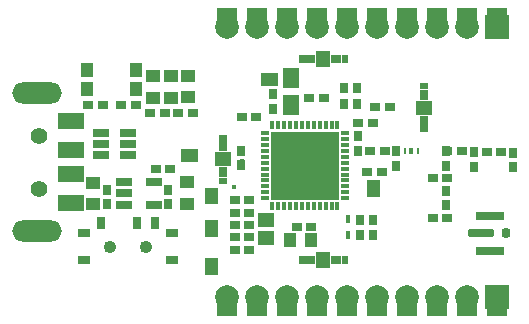
<source format=gts>
G04*
G04 #@! TF.GenerationSoftware,Altium Limited,Altium Designer,18.0.12 (696)*
G04*
G04 Layer_Color=4660084*
%FSLAX25Y25*%
%MOIN*%
G70*
G01*
G75*
%ADD52R,0.02800X0.03300*%
%ADD53R,0.05800X0.06800*%
%ADD54R,0.03300X0.02800*%
%ADD55R,0.03950X0.04737*%
%ADD56R,0.01575X0.02953*%
%ADD57R,0.05800X0.02800*%
%ADD58R,0.04737X0.03950*%
%ADD59C,0.01008*%
%ADD60R,0.04921X0.05315*%
%ADD61R,0.03347X0.02559*%
%ADD62R,0.02480X0.02559*%
%ADD63R,0.05315X0.04921*%
%ADD64R,0.02559X0.03347*%
%ADD65R,0.02559X0.02480*%
%ADD66R,0.02677X0.04252*%
%ADD67R,0.03858X0.03071*%
%ADD68R,0.01024X0.02087*%
%ADD69R,0.01496X0.02284*%
%ADD70R,0.05721X0.04737*%
%ADD71R,0.02874X0.03268*%
G04:AMPARAMS|DCode=72|XSize=28.35mil|YSize=16.54mil|CornerRadius=0mil|HoleSize=0mil|Usage=FLASHONLY|Rotation=90.000|XOffset=0mil|YOffset=0mil|HoleType=Round|Shape=Octagon|*
%AMOCTAGOND72*
4,1,8,0.00413,0.01417,-0.00413,0.01417,-0.00827,0.01004,-0.00827,-0.01004,-0.00413,-0.01417,0.00413,-0.01417,0.00827,-0.01004,0.00827,0.01004,0.00413,0.01417,0.0*
%
%ADD72OCTAGOND72*%

G04:AMPARAMS|DCode=73|XSize=28.35mil|YSize=16.54mil|CornerRadius=0mil|HoleSize=0mil|Usage=FLASHONLY|Rotation=180.000|XOffset=0mil|YOffset=0mil|HoleType=Round|Shape=Octagon|*
%AMOCTAGOND73*
4,1,8,-0.01417,0.00413,-0.01417,-0.00413,-0.01004,-0.00827,0.01004,-0.00827,0.01417,-0.00413,0.01417,0.00413,0.01004,0.00827,-0.01004,0.00827,-0.01417,0.00413,0.0*
%
%ADD73OCTAGOND73*%

%ADD74R,0.22677X0.22677*%
%ADD75R,0.04343X0.04737*%
%ADD76R,0.08674X0.05524*%
G04:AMPARAMS|DCode=77|XSize=31.62mil|YSize=27.69mil|CornerRadius=8.92mil|HoleSize=0mil|Usage=FLASHONLY|Rotation=270.000|XOffset=0mil|YOffset=0mil|HoleType=Round|Shape=RoundedRectangle|*
%AMROUNDEDRECTD77*
21,1,0.03162,0.00984,0,0,270.0*
21,1,0.01378,0.02769,0,0,270.0*
1,1,0.01784,-0.00492,-0.00689*
1,1,0.01784,-0.00492,0.00689*
1,1,0.01784,0.00492,0.00689*
1,1,0.01784,0.00492,-0.00689*
%
%ADD77ROUNDEDRECTD77*%
G04:AMPARAMS|DCode=78|XSize=27.69mil|YSize=86.74mil|CornerRadius=8.92mil|HoleSize=0mil|Usage=FLASHONLY|Rotation=270.000|XOffset=0mil|YOffset=0mil|HoleType=Round|Shape=RoundedRectangle|*
%AMROUNDEDRECTD78*
21,1,0.02769,0.06890,0,0,270.0*
21,1,0.00984,0.08674,0,0,270.0*
1,1,0.01784,-0.03445,-0.00492*
1,1,0.01784,-0.03445,0.00492*
1,1,0.01784,0.03445,0.00492*
1,1,0.01784,0.03445,-0.00492*
%
%ADD78ROUNDEDRECTD78*%
%ADD79R,0.09461X0.02769*%
%ADD80C,0.01496*%
%ADD81C,0.04252*%
%ADD82O,0.16548X0.07099*%
%ADD83C,0.05524*%
%ADD84R,0.07008X0.07008*%
%ADD85C,0.07887*%
%ADD86R,0.07887X0.07887*%
G36*
X90500Y76854D02*
X85000D01*
Y81185D01*
X90500D01*
Y76854D01*
D02*
G37*
G36*
X63800Y51535D02*
X58300D01*
Y55865D01*
X63800D01*
Y51535D01*
D02*
G37*
G36*
X124765Y39800D02*
X120435D01*
Y45300D01*
X124765D01*
Y39800D01*
D02*
G37*
G36*
X70565Y37300D02*
X66235D01*
Y42800D01*
X70565D01*
Y37300D01*
D02*
G37*
G36*
X70510Y26549D02*
X66180D01*
Y32049D01*
X70510D01*
Y26549D01*
D02*
G37*
G36*
X70565Y13800D02*
X66235D01*
Y19300D01*
X70565D01*
Y13800D01*
D02*
G37*
D52*
X78200Y55058D02*
D03*
Y50342D02*
D03*
X89100Y69220D02*
D03*
Y74220D02*
D03*
X122125Y27227D02*
D03*
Y32227D02*
D03*
X118031Y32266D02*
D03*
Y27266D02*
D03*
X33600Y37462D02*
D03*
Y42178D02*
D03*
X54000Y37562D02*
D03*
Y42278D02*
D03*
X130000Y50242D02*
D03*
Y54958D02*
D03*
X146771Y37144D02*
D03*
Y41861D02*
D03*
X117400Y59958D02*
D03*
Y55242D02*
D03*
X155944Y49719D02*
D03*
Y54719D02*
D03*
X146731Y49955D02*
D03*
Y54955D02*
D03*
X168897Y54538D02*
D03*
Y49821D02*
D03*
D53*
X94842Y79609D02*
D03*
Y70609D02*
D03*
D54*
X100924Y72837D02*
D03*
X105924D02*
D03*
X127800Y69700D02*
D03*
X122800D02*
D03*
X122200Y64400D02*
D03*
X117200D02*
D03*
X125158Y48200D02*
D03*
X120442D02*
D03*
X76224Y26341D02*
D03*
X80940D02*
D03*
X76145Y30514D02*
D03*
X80861D02*
D03*
X80901Y34530D02*
D03*
X76184D02*
D03*
X80861Y38703D02*
D03*
X76145D02*
D03*
X78586Y66302D02*
D03*
X83302D02*
D03*
X101688Y29924D02*
D03*
X96972D02*
D03*
X80940Y22246D02*
D03*
X76224D02*
D03*
X62400Y67900D02*
D03*
X57400D02*
D03*
X53100D02*
D03*
X48100D02*
D03*
X38326Y70475D02*
D03*
X43326D02*
D03*
X27145D02*
D03*
X32145D02*
D03*
X50003Y49176D02*
D03*
X54720D02*
D03*
X126158Y55000D02*
D03*
X121442D02*
D03*
X147058Y32900D02*
D03*
X142342D02*
D03*
X146958Y46000D02*
D03*
X142242D02*
D03*
X164838Y54935D02*
D03*
X160121D02*
D03*
X151987Y55014D02*
D03*
X146987D02*
D03*
D55*
X101620Y25357D02*
D03*
X94520D02*
D03*
D56*
X114094Y27148D02*
D03*
Y32463D02*
D03*
D57*
X31456Y61105D02*
D03*
Y53624D02*
D03*
X40511Y57365D02*
D03*
Y61105D02*
D03*
Y53624D02*
D03*
X31456Y57365D02*
D03*
X49331Y37226D02*
D03*
Y44726D02*
D03*
X39331Y41026D02*
D03*
Y37226D02*
D03*
Y44726D02*
D03*
D58*
X29100Y37470D02*
D03*
Y44570D02*
D03*
X60235Y44615D02*
D03*
Y37515D02*
D03*
X49079Y72944D02*
D03*
Y80045D02*
D03*
X60733Y80084D02*
D03*
Y72984D02*
D03*
X54985Y72905D02*
D03*
Y80005D02*
D03*
D59*
X68345Y31017D02*
D03*
Y27049D02*
D03*
X68400Y38331D02*
D03*
Y42300D02*
D03*
X85500Y79020D02*
D03*
X89468D02*
D03*
X68400Y14300D02*
D03*
Y18269D02*
D03*
X58800Y53700D02*
D03*
X62769D02*
D03*
X122600Y40300D02*
D03*
Y44269D02*
D03*
D60*
X105709Y85749D02*
D03*
Y18820D02*
D03*
D61*
X101379Y85749D02*
D03*
X110040D02*
D03*
X101379Y18820D02*
D03*
X110040D02*
D03*
D62*
X112835Y85749D02*
D03*
X98584D02*
D03*
X112835Y18820D02*
D03*
X98584D02*
D03*
D63*
X139174Y69600D02*
D03*
X72245Y52284D02*
D03*
D64*
X139174Y73931D02*
D03*
Y65269D02*
D03*
X72245Y56615D02*
D03*
Y47954D02*
D03*
D65*
X139174Y62474D02*
D03*
Y76726D02*
D03*
X72245Y45158D02*
D03*
Y59410D02*
D03*
D66*
X49487Y31223D02*
D03*
X43582D02*
D03*
X31771D02*
D03*
D67*
X55393Y27680D02*
D03*
Y18624D02*
D03*
X25865Y27680D02*
D03*
Y18624D02*
D03*
D68*
X137205Y55000D02*
D03*
X132795D02*
D03*
D69*
X135000Y55000D02*
D03*
D70*
X86495Y26144D02*
D03*
Y32050D02*
D03*
D71*
X112733Y75958D02*
D03*
Y70643D02*
D03*
X116867D02*
D03*
Y75958D02*
D03*
D72*
X88782Y63618D02*
D03*
X90750D02*
D03*
X92719D02*
D03*
X94687D02*
D03*
X96656D02*
D03*
X98624D02*
D03*
X100593D02*
D03*
X102561D02*
D03*
X104530D02*
D03*
X106498D02*
D03*
X108467D02*
D03*
X110435D02*
D03*
X88754Y36859D02*
D03*
X90750D02*
D03*
X92719D02*
D03*
X94687D02*
D03*
X96656D02*
D03*
X98624D02*
D03*
X100593D02*
D03*
X102561D02*
D03*
X104530D02*
D03*
X106498D02*
D03*
X108467D02*
D03*
X110435D02*
D03*
D73*
X86185Y45311D02*
D03*
X112947Y39406D02*
D03*
Y41374D02*
D03*
Y43343D02*
D03*
Y45311D02*
D03*
Y47280D02*
D03*
Y49248D02*
D03*
Y51217D02*
D03*
Y53185D02*
D03*
Y55154D02*
D03*
Y57122D02*
D03*
Y59091D02*
D03*
Y61059D02*
D03*
X86185Y39406D02*
D03*
Y41374D02*
D03*
Y43343D02*
D03*
Y47280D02*
D03*
Y49248D02*
D03*
Y51217D02*
D03*
Y53185D02*
D03*
Y55154D02*
D03*
Y57122D02*
D03*
Y61059D02*
D03*
Y59091D02*
D03*
D74*
X99566Y50239D02*
D03*
D75*
X27046Y75711D02*
D03*
X43188D02*
D03*
Y82010D02*
D03*
X27046D02*
D03*
D76*
X21653Y65199D02*
D03*
Y37640D02*
D03*
Y55357D02*
D03*
Y47483D02*
D03*
D77*
X166741Y27652D02*
D03*
D78*
X158441D02*
D03*
D79*
X161141Y21845D02*
D03*
Y33459D02*
D03*
D80*
X78600Y51900D02*
D03*
X76000Y43000D02*
D03*
D81*
X46535Y23152D02*
D03*
X34724D02*
D03*
D82*
X10432Y74451D02*
D03*
Y28388D02*
D03*
D83*
X11023Y60278D02*
D03*
Y42562D02*
D03*
D84*
X73700Y3525D02*
D03*
X83700D02*
D03*
X93700D02*
D03*
X103700D02*
D03*
X113700D02*
D03*
X123700Y3583D02*
D03*
X133700Y3525D02*
D03*
X143700D02*
D03*
X153700D02*
D03*
X163700D02*
D03*
X73700Y99354D02*
D03*
X83700D02*
D03*
X93700D02*
D03*
X103700D02*
D03*
X113700Y99296D02*
D03*
X123700Y99354D02*
D03*
X133700D02*
D03*
X143700D02*
D03*
X153700D02*
D03*
X163700D02*
D03*
D85*
X73700Y96420D02*
D03*
X83700D02*
D03*
X93700D02*
D03*
X103700D02*
D03*
X113700D02*
D03*
X133700D02*
D03*
X143700D02*
D03*
X153700D02*
D03*
X123700D02*
D03*
X73700Y6420D02*
D03*
X83700D02*
D03*
X93700D02*
D03*
X103700D02*
D03*
X113700D02*
D03*
X133700D02*
D03*
X143700D02*
D03*
X153700D02*
D03*
X123700D02*
D03*
D86*
X163700Y96420D02*
D03*
Y6420D02*
D03*
M02*

</source>
